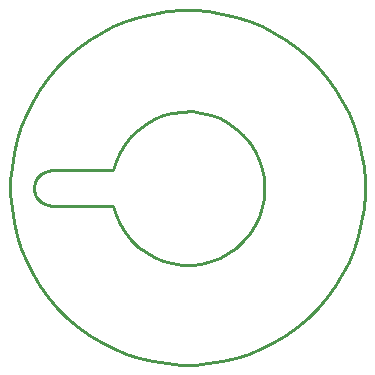
<source format=gbr>
%FSDAX33Y33*%
%MOMM*%
%SFA1B1*%

%IPPOS*%
%ADD9502C,0.254000*%
%LNroute-1*%
%LPD*%
G54D9502*
X064702Y036540D02*
X064390Y036572D01*
X064092Y036669D01*
X063820Y036826D01*
X063587Y037036D01*
X063403Y037290D01*
X063275Y037576D01*
X063210Y037883D01*
Y038196D01*
X063275Y038503D01*
X063403Y038790D01*
X063587Y039043D01*
X063820Y039253D01*
X064092Y039410D01*
X064390Y039507D01*
X064702Y039540D01*
X069877D01*
X070117Y040325D01*
X070454Y041075D01*
X070883Y041775D01*
X071396Y042416D01*
X071987Y042988D01*
X072645Y043480D01*
X073359Y043885D01*
X074119Y044197D01*
X074912Y044410D01*
X075726Y044522D01*
X076548Y044530D01*
X077364Y044435D01*
X078161Y044237D01*
X078927Y043941D01*
X079650Y043550D01*
X080317Y043071D01*
X080919Y042512D01*
X081445Y041881D01*
X081888Y041189D01*
X082240Y040447D01*
X082495Y039666D01*
X082650Y038859D01*
X082702Y038040D01*
X082650Y037220D01*
X082495Y036413D01*
X082240Y035632D01*
X081888Y034890D01*
X081445Y034198D01*
X080919Y033567D01*
X080317Y033008D01*
X079650Y032529D01*
X078927Y032138D01*
X078161Y031842D01*
X077364Y031644D01*
X076548Y031549D01*
X075726Y031557D01*
X074912Y031669D01*
X074119Y031882D01*
X073359Y032194D01*
X072645Y032599D01*
X071987Y033092D01*
X071396Y033663D01*
X070883Y034304D01*
X070454Y035005D01*
X070117Y035754D01*
X069877Y036540D01*
X064702D01*
X076199Y023099D02*
X075610D01*
X074434Y023191D01*
X073270Y023376D01*
X072124Y023651D01*
X071003Y024015D01*
X069914Y024466D01*
X068864Y025001D01*
X067859Y025617D01*
X066905Y026310D01*
X066009Y027076D01*
X065176Y027909D01*
X064410Y028805D01*
X063717Y029759D01*
X063101Y030764D01*
X062566Y031814D01*
X062115Y032903D01*
X061751Y034024D01*
X061476Y035170D01*
X061291Y036334D01*
X061199Y037510D01*
Y038099D01*
Y038688D01*
X061291Y039863D01*
X061476Y041027D01*
X061751Y042174D01*
X062115Y043295D01*
X062566Y044384D01*
X063101Y045434D01*
X063717Y046439D01*
X064410Y047392D01*
X065176Y048289D01*
X066009Y049122D01*
X066905Y049888D01*
X067859Y050581D01*
X068864Y051196D01*
X069914Y051732D01*
X071003Y052183D01*
X072124Y052547D01*
X073270Y052822D01*
X074434Y053006D01*
X075610Y053099D01*
X076199D01*
X076788D01*
X077963Y053006D01*
X079127Y052822D01*
X080274Y052547D01*
X081395Y052183D01*
X082484Y051732D01*
X083534Y051196D01*
X084539Y050581D01*
X085492Y049888D01*
X086389Y049122D01*
X087222Y048289D01*
X087988Y047392D01*
X088681Y046439D01*
X089296Y045434D01*
X089832Y044384D01*
X090283Y043295D01*
X090647Y042174D01*
X090922Y041027D01*
X091106Y039863D01*
X091199Y038688D01*
Y038099D01*
Y037510D01*
X091106Y036334D01*
X090922Y035170D01*
X090647Y034024D01*
X090283Y032903D01*
X089832Y031814D01*
X089296Y030764D01*
X088681Y029759D01*
X087988Y028805D01*
X087222Y027909D01*
X086389Y027076D01*
X085492Y026310D01*
X084539Y025617D01*
X083534Y025001D01*
X082484Y024466D01*
X081395Y024015D01*
X080274Y023651D01*
X079127Y023376D01*
X077963Y023191D01*
X076788Y023099D01*
X076199D01*
M02*
</source>
